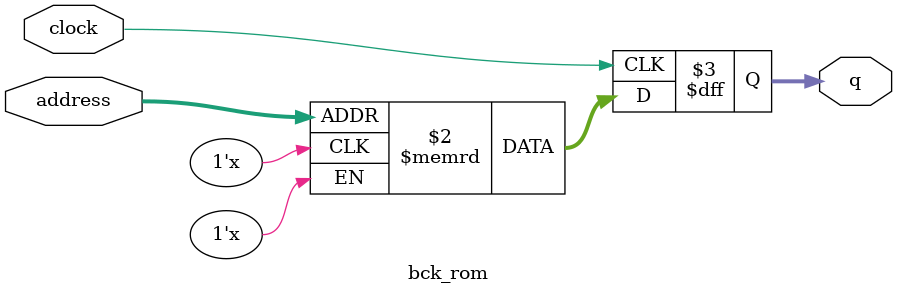
<source format=sv>
module bck_rom (
	input logic clock,
	input logic [18:0] address,
	output logic [4:0] q
);

logic [4:0] memory [0:307199] /* synthesis ram_init_file = "./bck/bck.COE" */;

always_ff @ (posedge clock) begin
	q <= memory[address];
end

endmodule

</source>
